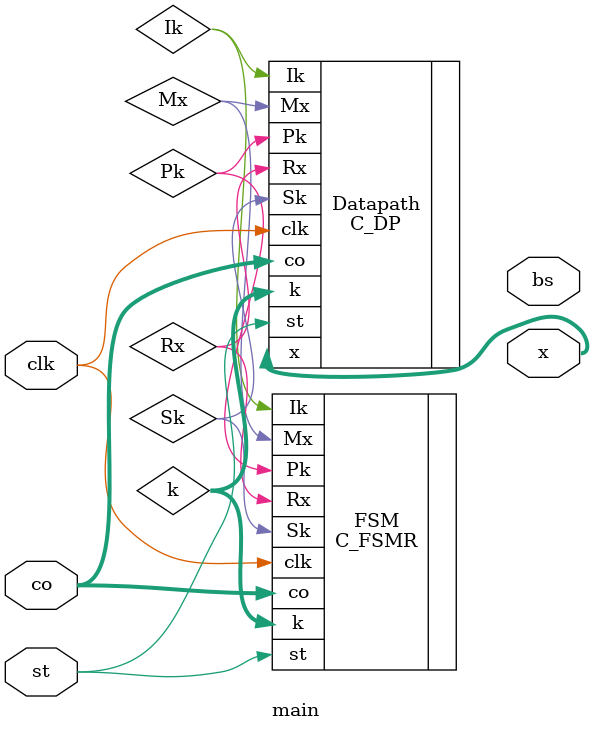
<source format=v>
`timescale 1ns / 1ps
module main(
    input [15:0] co,
    input st,
    input clk,
    output [15:0] x,
    output bs
    );
    wire Mx, Rx, Ik, Pk, Sk;
    wire [19:0]k;
    
    C_DP Datapath (
        .clk(clk),
        .co(co),
        .st(st),
        .x(x),
        .k(k),
        
        .Mx(Mx),
        .Rx(Rx),
        .Ik(Ik),
        .Pk(Pk),


        .Sk(Sk)

    );
    
    C_FSMR FSM (
        .clk(clk),
        .co(co),
        .st(st),
        .k(k),
 
        .Mx(Mx),
        .Rx(Rx),
        .Ik(Ik),
        .Pk(Pk),
        
        .Sk(Sk)
        
    );
    
endmodule

</source>
